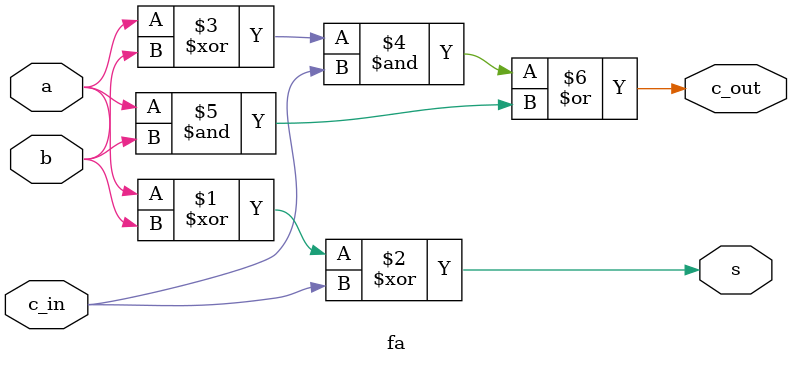
<source format=v>

module rca(a, b, c_in, s, c_out);

input [3:0] a;
input [3:0] b;
input [3:0] c_in; // carry in

output [3:0] s; // sum
output [3:0] c_out; // carry out

fa inst_fa0(.a(a[0]), .b(b[0]), .c_in(c_in[0]), .s(s[0]), .c_out(c_out[0]));
fa inst_fa1(.a(a[1]), .b(b[1]), .c_in(c_out[0]), .s(s[1]), .c_out(c_out[1]));
fa inst_fa2(.a(a[2]), .b(b[2]), .c_in(c_out[1]), .s(s[2]), .c_out(c_out[2]));
fa inst_fa3(.a(a[3]), .b(b[3]), .c_in(c_out[2]), .s(s[3]), .c_out(c_out[3]));


endmodule

module fa(a, b, c_in, s, c_out);

input a;
input b;
input c_in;

output s;
output c_out;

assign s = (a ^ b) ^ c_in;
assign c_out = ((a ^ b) & c_in) | (a & b);

endmodule

</source>
